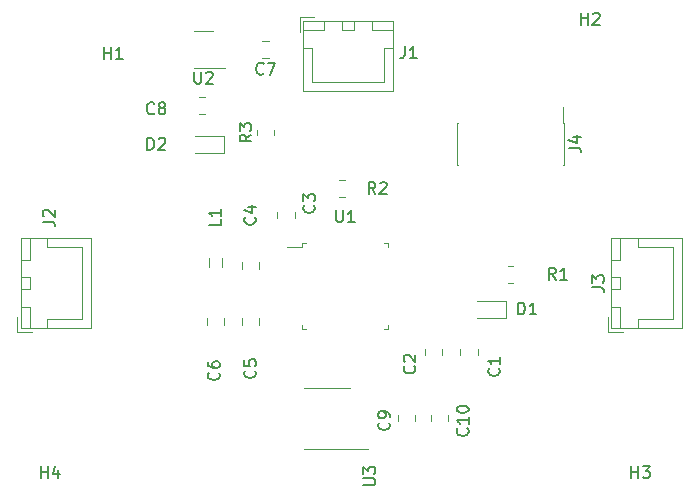
<source format=gbr>
%TF.GenerationSoftware,KiCad,Pcbnew,(6.0.11)*%
%TF.CreationDate,2023-02-16T17:23:01+01:00*%
%TF.ProjectId,microProc,6d696372-6f50-4726-9f63-2e6b69636164,rev?*%
%TF.SameCoordinates,Original*%
%TF.FileFunction,Legend,Top*%
%TF.FilePolarity,Positive*%
%FSLAX46Y46*%
G04 Gerber Fmt 4.6, Leading zero omitted, Abs format (unit mm)*
G04 Created by KiCad (PCBNEW (6.0.11)) date 2023-02-16 17:23:01*
%MOMM*%
%LPD*%
G01*
G04 APERTURE LIST*
%ADD10C,0.150000*%
%ADD11C,0.120000*%
G04 APERTURE END LIST*
D10*
%TO.C,H4*%
X106238095Y-91252380D02*
X106238095Y-90252380D01*
X106238095Y-90728571D02*
X106809523Y-90728571D01*
X106809523Y-91252380D02*
X106809523Y-90252380D01*
X107714285Y-90585714D02*
X107714285Y-91252380D01*
X107476190Y-90204761D02*
X107238095Y-90919047D01*
X107857142Y-90919047D01*
%TO.C,H3*%
X156238095Y-91252380D02*
X156238095Y-90252380D01*
X156238095Y-90728571D02*
X156809523Y-90728571D01*
X156809523Y-91252380D02*
X156809523Y-90252380D01*
X157190476Y-90252380D02*
X157809523Y-90252380D01*
X157476190Y-90633333D01*
X157619047Y-90633333D01*
X157714285Y-90680952D01*
X157761904Y-90728571D01*
X157809523Y-90823809D01*
X157809523Y-91061904D01*
X157761904Y-91157142D01*
X157714285Y-91204761D01*
X157619047Y-91252380D01*
X157333333Y-91252380D01*
X157238095Y-91204761D01*
X157190476Y-91157142D01*
%TO.C,H2*%
X151988095Y-52852380D02*
X151988095Y-51852380D01*
X151988095Y-52328571D02*
X152559523Y-52328571D01*
X152559523Y-52852380D02*
X152559523Y-51852380D01*
X152988095Y-51947619D02*
X153035714Y-51900000D01*
X153130952Y-51852380D01*
X153369047Y-51852380D01*
X153464285Y-51900000D01*
X153511904Y-51947619D01*
X153559523Y-52042857D01*
X153559523Y-52138095D01*
X153511904Y-52280952D01*
X152940476Y-52852380D01*
X153559523Y-52852380D01*
%TO.C,H1*%
X111588095Y-55752380D02*
X111588095Y-54752380D01*
X111588095Y-55228571D02*
X112159523Y-55228571D01*
X112159523Y-55752380D02*
X112159523Y-54752380D01*
X113159523Y-55752380D02*
X112588095Y-55752380D01*
X112873809Y-55752380D02*
X112873809Y-54752380D01*
X112778571Y-54895238D01*
X112683333Y-54990476D01*
X112588095Y-55038095D01*
%TO.C,U3*%
X133552380Y-91861904D02*
X134361904Y-91861904D01*
X134457142Y-91814285D01*
X134504761Y-91766666D01*
X134552380Y-91671428D01*
X134552380Y-91480952D01*
X134504761Y-91385714D01*
X134457142Y-91338095D01*
X134361904Y-91290476D01*
X133552380Y-91290476D01*
X133552380Y-90909523D02*
X133552380Y-90290476D01*
X133933333Y-90623809D01*
X133933333Y-90480952D01*
X133980952Y-90385714D01*
X134028571Y-90338095D01*
X134123809Y-90290476D01*
X134361904Y-90290476D01*
X134457142Y-90338095D01*
X134504761Y-90385714D01*
X134552380Y-90480952D01*
X134552380Y-90766666D01*
X134504761Y-90861904D01*
X134457142Y-90909523D01*
%TO.C,U2*%
X119238095Y-56852380D02*
X119238095Y-57661904D01*
X119285714Y-57757142D01*
X119333333Y-57804761D01*
X119428571Y-57852380D01*
X119619047Y-57852380D01*
X119714285Y-57804761D01*
X119761904Y-57757142D01*
X119809523Y-57661904D01*
X119809523Y-56852380D01*
X120238095Y-56947619D02*
X120285714Y-56900000D01*
X120380952Y-56852380D01*
X120619047Y-56852380D01*
X120714285Y-56900000D01*
X120761904Y-56947619D01*
X120809523Y-57042857D01*
X120809523Y-57138095D01*
X120761904Y-57280952D01*
X120190476Y-57852380D01*
X120809523Y-57852380D01*
%TO.C,U1*%
X131238095Y-68572380D02*
X131238095Y-69381904D01*
X131285714Y-69477142D01*
X131333333Y-69524761D01*
X131428571Y-69572380D01*
X131619047Y-69572380D01*
X131714285Y-69524761D01*
X131761904Y-69477142D01*
X131809523Y-69381904D01*
X131809523Y-68572380D01*
X132809523Y-69572380D02*
X132238095Y-69572380D01*
X132523809Y-69572380D02*
X132523809Y-68572380D01*
X132428571Y-68715238D01*
X132333333Y-68810476D01*
X132238095Y-68858095D01*
%TO.C,R3*%
X124067380Y-62166666D02*
X123591190Y-62500000D01*
X124067380Y-62738095D02*
X123067380Y-62738095D01*
X123067380Y-62357142D01*
X123115000Y-62261904D01*
X123162619Y-62214285D01*
X123257857Y-62166666D01*
X123400714Y-62166666D01*
X123495952Y-62214285D01*
X123543571Y-62261904D01*
X123591190Y-62357142D01*
X123591190Y-62738095D01*
X123067380Y-61833333D02*
X123067380Y-61214285D01*
X123448333Y-61547619D01*
X123448333Y-61404761D01*
X123495952Y-61309523D01*
X123543571Y-61261904D01*
X123638809Y-61214285D01*
X123876904Y-61214285D01*
X123972142Y-61261904D01*
X124019761Y-61309523D01*
X124067380Y-61404761D01*
X124067380Y-61690476D01*
X124019761Y-61785714D01*
X123972142Y-61833333D01*
%TO.C,R2*%
X134568333Y-67187380D02*
X134235000Y-66711190D01*
X133996904Y-67187380D02*
X133996904Y-66187380D01*
X134377857Y-66187380D01*
X134473095Y-66235000D01*
X134520714Y-66282619D01*
X134568333Y-66377857D01*
X134568333Y-66520714D01*
X134520714Y-66615952D01*
X134473095Y-66663571D01*
X134377857Y-66711190D01*
X133996904Y-66711190D01*
X134949285Y-66282619D02*
X134996904Y-66235000D01*
X135092142Y-66187380D01*
X135330238Y-66187380D01*
X135425476Y-66235000D01*
X135473095Y-66282619D01*
X135520714Y-66377857D01*
X135520714Y-66473095D01*
X135473095Y-66615952D01*
X134901666Y-67187380D01*
X135520714Y-67187380D01*
%TO.C,R1*%
X149833333Y-74452380D02*
X149500000Y-73976190D01*
X149261904Y-74452380D02*
X149261904Y-73452380D01*
X149642857Y-73452380D01*
X149738095Y-73500000D01*
X149785714Y-73547619D01*
X149833333Y-73642857D01*
X149833333Y-73785714D01*
X149785714Y-73880952D01*
X149738095Y-73928571D01*
X149642857Y-73976190D01*
X149261904Y-73976190D01*
X150785714Y-74452380D02*
X150214285Y-74452380D01*
X150500000Y-74452380D02*
X150500000Y-73452380D01*
X150404761Y-73595238D01*
X150309523Y-73690476D01*
X150214285Y-73738095D01*
%TO.C,L1*%
X121452380Y-69346182D02*
X121452380Y-69822373D01*
X120452380Y-69822373D01*
X121452380Y-68489039D02*
X121452380Y-69060468D01*
X121452380Y-68774754D02*
X120452380Y-68774754D01*
X120595238Y-68869992D01*
X120690476Y-68965230D01*
X120738095Y-69060468D01*
%TO.C,J4*%
X150957380Y-63283333D02*
X151671666Y-63283333D01*
X151814523Y-63330952D01*
X151909761Y-63426190D01*
X151957380Y-63569047D01*
X151957380Y-63664285D01*
X151290714Y-62378571D02*
X151957380Y-62378571D01*
X150909761Y-62616666D02*
X151624047Y-62854761D01*
X151624047Y-62235714D01*
%TO.C,J3*%
X152902380Y-75083333D02*
X153616666Y-75083333D01*
X153759523Y-75130952D01*
X153854761Y-75226190D01*
X153902380Y-75369047D01*
X153902380Y-75464285D01*
X152902380Y-74702380D02*
X152902380Y-74083333D01*
X153283333Y-74416666D01*
X153283333Y-74273809D01*
X153330952Y-74178571D01*
X153378571Y-74130952D01*
X153473809Y-74083333D01*
X153711904Y-74083333D01*
X153807142Y-74130952D01*
X153854761Y-74178571D01*
X153902380Y-74273809D01*
X153902380Y-74559523D01*
X153854761Y-74654761D01*
X153807142Y-74702380D01*
%TO.C,J2*%
X106402380Y-69533333D02*
X107116666Y-69533333D01*
X107259523Y-69580952D01*
X107354761Y-69676190D01*
X107402380Y-69819047D01*
X107402380Y-69914285D01*
X106497619Y-69104761D02*
X106450000Y-69057142D01*
X106402380Y-68961904D01*
X106402380Y-68723809D01*
X106450000Y-68628571D01*
X106497619Y-68580952D01*
X106592857Y-68533333D01*
X106688095Y-68533333D01*
X106830952Y-68580952D01*
X107402380Y-69152380D01*
X107402380Y-68533333D01*
%TO.C,J1*%
X137066666Y-54702380D02*
X137066666Y-55416666D01*
X137019047Y-55559523D01*
X136923809Y-55654761D01*
X136780952Y-55702380D01*
X136685714Y-55702380D01*
X138066666Y-55702380D02*
X137495238Y-55702380D01*
X137780952Y-55702380D02*
X137780952Y-54702380D01*
X137685714Y-54845238D01*
X137590476Y-54940476D01*
X137495238Y-54988095D01*
%TO.C,D2*%
X115261904Y-63452380D02*
X115261904Y-62452380D01*
X115500000Y-62452380D01*
X115642857Y-62500000D01*
X115738095Y-62595238D01*
X115785714Y-62690476D01*
X115833333Y-62880952D01*
X115833333Y-63023809D01*
X115785714Y-63214285D01*
X115738095Y-63309523D01*
X115642857Y-63404761D01*
X115500000Y-63452380D01*
X115261904Y-63452380D01*
X116214285Y-62547619D02*
X116261904Y-62500000D01*
X116357142Y-62452380D01*
X116595238Y-62452380D01*
X116690476Y-62500000D01*
X116738095Y-62547619D01*
X116785714Y-62642857D01*
X116785714Y-62738095D01*
X116738095Y-62880952D01*
X116166666Y-63452380D01*
X116785714Y-63452380D01*
%TO.C,D1*%
X146661904Y-77402380D02*
X146661904Y-76402380D01*
X146900000Y-76402380D01*
X147042857Y-76450000D01*
X147138095Y-76545238D01*
X147185714Y-76640476D01*
X147233333Y-76830952D01*
X147233333Y-76973809D01*
X147185714Y-77164285D01*
X147138095Y-77259523D01*
X147042857Y-77354761D01*
X146900000Y-77402380D01*
X146661904Y-77402380D01*
X148185714Y-77402380D02*
X147614285Y-77402380D01*
X147900000Y-77402380D02*
X147900000Y-76402380D01*
X147804761Y-76545238D01*
X147709523Y-76640476D01*
X147614285Y-76688095D01*
%TO.C,C10*%
X142357142Y-87042857D02*
X142404761Y-87090476D01*
X142452380Y-87233333D01*
X142452380Y-87328571D01*
X142404761Y-87471428D01*
X142309523Y-87566666D01*
X142214285Y-87614285D01*
X142023809Y-87661904D01*
X141880952Y-87661904D01*
X141690476Y-87614285D01*
X141595238Y-87566666D01*
X141500000Y-87471428D01*
X141452380Y-87328571D01*
X141452380Y-87233333D01*
X141500000Y-87090476D01*
X141547619Y-87042857D01*
X142452380Y-86090476D02*
X142452380Y-86661904D01*
X142452380Y-86376190D02*
X141452380Y-86376190D01*
X141595238Y-86471428D01*
X141690476Y-86566666D01*
X141738095Y-86661904D01*
X141452380Y-85471428D02*
X141452380Y-85376190D01*
X141500000Y-85280952D01*
X141547619Y-85233333D01*
X141642857Y-85185714D01*
X141833333Y-85138095D01*
X142071428Y-85138095D01*
X142261904Y-85185714D01*
X142357142Y-85233333D01*
X142404761Y-85280952D01*
X142452380Y-85376190D01*
X142452380Y-85471428D01*
X142404761Y-85566666D01*
X142357142Y-85614285D01*
X142261904Y-85661904D01*
X142071428Y-85709523D01*
X141833333Y-85709523D01*
X141642857Y-85661904D01*
X141547619Y-85614285D01*
X141500000Y-85566666D01*
X141452380Y-85471428D01*
%TO.C,C9*%
X135707142Y-86566666D02*
X135754761Y-86614285D01*
X135802380Y-86757142D01*
X135802380Y-86852380D01*
X135754761Y-86995238D01*
X135659523Y-87090476D01*
X135564285Y-87138095D01*
X135373809Y-87185714D01*
X135230952Y-87185714D01*
X135040476Y-87138095D01*
X134945238Y-87090476D01*
X134850000Y-86995238D01*
X134802380Y-86852380D01*
X134802380Y-86757142D01*
X134850000Y-86614285D01*
X134897619Y-86566666D01*
X135802380Y-86090476D02*
X135802380Y-85900000D01*
X135754761Y-85804761D01*
X135707142Y-85757142D01*
X135564285Y-85661904D01*
X135373809Y-85614285D01*
X134992857Y-85614285D01*
X134897619Y-85661904D01*
X134850000Y-85709523D01*
X134802380Y-85804761D01*
X134802380Y-85995238D01*
X134850000Y-86090476D01*
X134897619Y-86138095D01*
X134992857Y-86185714D01*
X135230952Y-86185714D01*
X135326190Y-86138095D01*
X135373809Y-86090476D01*
X135421428Y-85995238D01*
X135421428Y-85804761D01*
X135373809Y-85709523D01*
X135326190Y-85661904D01*
X135230952Y-85614285D01*
%TO.C,C8*%
X115833333Y-60357142D02*
X115785714Y-60404761D01*
X115642857Y-60452380D01*
X115547619Y-60452380D01*
X115404761Y-60404761D01*
X115309523Y-60309523D01*
X115261904Y-60214285D01*
X115214285Y-60023809D01*
X115214285Y-59880952D01*
X115261904Y-59690476D01*
X115309523Y-59595238D01*
X115404761Y-59500000D01*
X115547619Y-59452380D01*
X115642857Y-59452380D01*
X115785714Y-59500000D01*
X115833333Y-59547619D01*
X116404761Y-59880952D02*
X116309523Y-59833333D01*
X116261904Y-59785714D01*
X116214285Y-59690476D01*
X116214285Y-59642857D01*
X116261904Y-59547619D01*
X116309523Y-59500000D01*
X116404761Y-59452380D01*
X116595238Y-59452380D01*
X116690476Y-59500000D01*
X116738095Y-59547619D01*
X116785714Y-59642857D01*
X116785714Y-59690476D01*
X116738095Y-59785714D01*
X116690476Y-59833333D01*
X116595238Y-59880952D01*
X116404761Y-59880952D01*
X116309523Y-59928571D01*
X116261904Y-59976190D01*
X116214285Y-60071428D01*
X116214285Y-60261904D01*
X116261904Y-60357142D01*
X116309523Y-60404761D01*
X116404761Y-60452380D01*
X116595238Y-60452380D01*
X116690476Y-60404761D01*
X116738095Y-60357142D01*
X116785714Y-60261904D01*
X116785714Y-60071428D01*
X116738095Y-59976190D01*
X116690476Y-59928571D01*
X116595238Y-59880952D01*
%TO.C,C7*%
X125098333Y-56999642D02*
X125050714Y-57047261D01*
X124907857Y-57094880D01*
X124812619Y-57094880D01*
X124669761Y-57047261D01*
X124574523Y-56952023D01*
X124526904Y-56856785D01*
X124479285Y-56666309D01*
X124479285Y-56523452D01*
X124526904Y-56332976D01*
X124574523Y-56237738D01*
X124669761Y-56142500D01*
X124812619Y-56094880D01*
X124907857Y-56094880D01*
X125050714Y-56142500D01*
X125098333Y-56190119D01*
X125431666Y-56094880D02*
X126098333Y-56094880D01*
X125669761Y-57094880D01*
%TO.C,C6*%
X121287142Y-82316666D02*
X121334761Y-82364285D01*
X121382380Y-82507142D01*
X121382380Y-82602380D01*
X121334761Y-82745238D01*
X121239523Y-82840476D01*
X121144285Y-82888095D01*
X120953809Y-82935714D01*
X120810952Y-82935714D01*
X120620476Y-82888095D01*
X120525238Y-82840476D01*
X120430000Y-82745238D01*
X120382380Y-82602380D01*
X120382380Y-82507142D01*
X120430000Y-82364285D01*
X120477619Y-82316666D01*
X120382380Y-81459523D02*
X120382380Y-81650000D01*
X120430000Y-81745238D01*
X120477619Y-81792857D01*
X120620476Y-81888095D01*
X120810952Y-81935714D01*
X121191904Y-81935714D01*
X121287142Y-81888095D01*
X121334761Y-81840476D01*
X121382380Y-81745238D01*
X121382380Y-81554761D01*
X121334761Y-81459523D01*
X121287142Y-81411904D01*
X121191904Y-81364285D01*
X120953809Y-81364285D01*
X120858571Y-81411904D01*
X120810952Y-81459523D01*
X120763333Y-81554761D01*
X120763333Y-81745238D01*
X120810952Y-81840476D01*
X120858571Y-81888095D01*
X120953809Y-81935714D01*
%TO.C,C5*%
X124357142Y-82166666D02*
X124404761Y-82214285D01*
X124452380Y-82357142D01*
X124452380Y-82452380D01*
X124404761Y-82595238D01*
X124309523Y-82690476D01*
X124214285Y-82738095D01*
X124023809Y-82785714D01*
X123880952Y-82785714D01*
X123690476Y-82738095D01*
X123595238Y-82690476D01*
X123500000Y-82595238D01*
X123452380Y-82452380D01*
X123452380Y-82357142D01*
X123500000Y-82214285D01*
X123547619Y-82166666D01*
X123452380Y-81261904D02*
X123452380Y-81738095D01*
X123928571Y-81785714D01*
X123880952Y-81738095D01*
X123833333Y-81642857D01*
X123833333Y-81404761D01*
X123880952Y-81309523D01*
X123928571Y-81261904D01*
X124023809Y-81214285D01*
X124261904Y-81214285D01*
X124357142Y-81261904D01*
X124404761Y-81309523D01*
X124452380Y-81404761D01*
X124452380Y-81642857D01*
X124404761Y-81738095D01*
X124357142Y-81785714D01*
%TO.C,C4*%
X124357142Y-69166666D02*
X124404761Y-69214285D01*
X124452380Y-69357142D01*
X124452380Y-69452380D01*
X124404761Y-69595238D01*
X124309523Y-69690476D01*
X124214285Y-69738095D01*
X124023809Y-69785714D01*
X123880952Y-69785714D01*
X123690476Y-69738095D01*
X123595238Y-69690476D01*
X123500000Y-69595238D01*
X123452380Y-69452380D01*
X123452380Y-69357142D01*
X123500000Y-69214285D01*
X123547619Y-69166666D01*
X123785714Y-68309523D02*
X124452380Y-68309523D01*
X123404761Y-68547619D02*
X124119047Y-68785714D01*
X124119047Y-68166666D01*
%TO.C,C3*%
X129357142Y-68166666D02*
X129404761Y-68214285D01*
X129452380Y-68357142D01*
X129452380Y-68452380D01*
X129404761Y-68595238D01*
X129309523Y-68690476D01*
X129214285Y-68738095D01*
X129023809Y-68785714D01*
X128880952Y-68785714D01*
X128690476Y-68738095D01*
X128595238Y-68690476D01*
X128500000Y-68595238D01*
X128452380Y-68452380D01*
X128452380Y-68357142D01*
X128500000Y-68214285D01*
X128547619Y-68166666D01*
X128452380Y-67833333D02*
X128452380Y-67214285D01*
X128833333Y-67547619D01*
X128833333Y-67404761D01*
X128880952Y-67309523D01*
X128928571Y-67261904D01*
X129023809Y-67214285D01*
X129261904Y-67214285D01*
X129357142Y-67261904D01*
X129404761Y-67309523D01*
X129452380Y-67404761D01*
X129452380Y-67690476D01*
X129404761Y-67785714D01*
X129357142Y-67833333D01*
%TO.C,C2*%
X137857142Y-81766666D02*
X137904761Y-81814285D01*
X137952380Y-81957142D01*
X137952380Y-82052380D01*
X137904761Y-82195238D01*
X137809523Y-82290476D01*
X137714285Y-82338095D01*
X137523809Y-82385714D01*
X137380952Y-82385714D01*
X137190476Y-82338095D01*
X137095238Y-82290476D01*
X137000000Y-82195238D01*
X136952380Y-82052380D01*
X136952380Y-81957142D01*
X137000000Y-81814285D01*
X137047619Y-81766666D01*
X137047619Y-81385714D02*
X137000000Y-81338095D01*
X136952380Y-81242857D01*
X136952380Y-81004761D01*
X137000000Y-80909523D01*
X137047619Y-80861904D01*
X137142857Y-80814285D01*
X137238095Y-80814285D01*
X137380952Y-80861904D01*
X137952380Y-81433333D01*
X137952380Y-80814285D01*
%TO.C,C1*%
X145007142Y-81966666D02*
X145054761Y-82014285D01*
X145102380Y-82157142D01*
X145102380Y-82252380D01*
X145054761Y-82395238D01*
X144959523Y-82490476D01*
X144864285Y-82538095D01*
X144673809Y-82585714D01*
X144530952Y-82585714D01*
X144340476Y-82538095D01*
X144245238Y-82490476D01*
X144150000Y-82395238D01*
X144102380Y-82252380D01*
X144102380Y-82157142D01*
X144150000Y-82014285D01*
X144197619Y-81966666D01*
X145102380Y-81014285D02*
X145102380Y-81585714D01*
X145102380Y-81300000D02*
X144102380Y-81300000D01*
X144245238Y-81395238D01*
X144340476Y-81490476D01*
X144388095Y-81585714D01*
D11*
%TO.C,U3*%
X130500000Y-88760000D02*
X128550000Y-88760000D01*
X130500000Y-83640000D02*
X128550000Y-83640000D01*
X130500000Y-88760000D02*
X133950000Y-88760000D01*
X130500000Y-83640000D02*
X132450000Y-83640000D01*
%TO.C,U2*%
X120000000Y-53440000D02*
X120800000Y-53440000D01*
X120000000Y-56560000D02*
X121800000Y-56560000D01*
X120000000Y-56560000D02*
X119200000Y-56560000D01*
X120000000Y-53440000D02*
X119200000Y-53440000D01*
%TO.C,U1*%
X128390000Y-71390000D02*
X128390000Y-71690000D01*
X135310000Y-78610000D02*
X135610000Y-78610000D01*
X135610000Y-71390000D02*
X135610000Y-71690000D01*
X128390000Y-71690000D02*
X127075000Y-71690000D01*
X135310000Y-71390000D02*
X135610000Y-71390000D01*
X135610000Y-78610000D02*
X135610000Y-78310000D01*
X128390000Y-78610000D02*
X128390000Y-78310000D01*
X128690000Y-78610000D02*
X128390000Y-78610000D01*
X128690000Y-71390000D02*
X128390000Y-71390000D01*
%TO.C,R3*%
X124530000Y-62227064D02*
X124530000Y-61772936D01*
X126000000Y-62227064D02*
X126000000Y-61772936D01*
%TO.C,R2*%
X131507936Y-66000000D02*
X131962064Y-66000000D01*
X131507936Y-67470000D02*
X131962064Y-67470000D01*
%TO.C,R1*%
X145772936Y-73265000D02*
X146227064Y-73265000D01*
X145772936Y-74735000D02*
X146227064Y-74735000D01*
%TO.C,L1*%
X121560000Y-73410242D02*
X121560000Y-72589758D01*
X120440000Y-73410242D02*
X120440000Y-72589758D01*
%TO.C,J4*%
X141495000Y-61185000D02*
X141495000Y-64715000D01*
X141560000Y-61185000D02*
X141495000Y-61185000D01*
X150505000Y-61185000D02*
X150505000Y-64715000D01*
X150505000Y-64715000D02*
X150440000Y-64715000D01*
X150440000Y-59860000D02*
X150440000Y-61185000D01*
X141560000Y-64715000D02*
X141495000Y-64715000D01*
X150505000Y-61185000D02*
X150440000Y-61185000D01*
%TO.C,J3*%
X156800000Y-70950000D02*
X156800000Y-71700000D01*
X156800000Y-71700000D02*
X159750000Y-71700000D01*
X159750000Y-71700000D02*
X159750000Y-74750000D01*
X156800000Y-77800000D02*
X159750000Y-77800000D01*
X154550000Y-74250000D02*
X154550000Y-75250000D01*
X154550000Y-75250000D02*
X155300000Y-75250000D01*
X155300000Y-75250000D02*
X155300000Y-74250000D01*
X155300000Y-72750000D02*
X155300000Y-70950000D01*
X154550000Y-70950000D02*
X154550000Y-72750000D01*
X154250000Y-78850000D02*
X155500000Y-78850000D01*
X154540000Y-78560000D02*
X160510000Y-78560000D01*
X154550000Y-78550000D02*
X155300000Y-78550000D01*
X160510000Y-78560000D02*
X160510000Y-70940000D01*
X155300000Y-74250000D02*
X154550000Y-74250000D01*
X156800000Y-78550000D02*
X156800000Y-77800000D01*
X155300000Y-78550000D02*
X155300000Y-76750000D01*
X154250000Y-77600000D02*
X154250000Y-78850000D01*
X155300000Y-70950000D02*
X154550000Y-70950000D01*
X154550000Y-76750000D02*
X154550000Y-78550000D01*
X154540000Y-70940000D02*
X154540000Y-78560000D01*
X159750000Y-77800000D02*
X159750000Y-74750000D01*
X154550000Y-72750000D02*
X155300000Y-72750000D01*
X160510000Y-70940000D02*
X154540000Y-70940000D01*
X155300000Y-76750000D02*
X154550000Y-76750000D01*
%TO.C,J2*%
X106800000Y-70950000D02*
X106800000Y-71700000D01*
X106800000Y-71700000D02*
X109750000Y-71700000D01*
X109750000Y-71700000D02*
X109750000Y-74750000D01*
X106800000Y-77800000D02*
X109750000Y-77800000D01*
X104550000Y-74250000D02*
X104550000Y-75250000D01*
X104550000Y-75250000D02*
X105300000Y-75250000D01*
X105300000Y-75250000D02*
X105300000Y-74250000D01*
X105300000Y-72750000D02*
X105300000Y-70950000D01*
X104550000Y-70950000D02*
X104550000Y-72750000D01*
X104250000Y-78850000D02*
X105500000Y-78850000D01*
X104540000Y-78560000D02*
X110510000Y-78560000D01*
X104550000Y-78550000D02*
X105300000Y-78550000D01*
X110510000Y-78560000D02*
X110510000Y-70940000D01*
X105300000Y-74250000D02*
X104550000Y-74250000D01*
X106800000Y-78550000D02*
X106800000Y-77800000D01*
X105300000Y-78550000D02*
X105300000Y-76750000D01*
X104250000Y-77600000D02*
X104250000Y-78850000D01*
X105300000Y-70950000D02*
X104550000Y-70950000D01*
X104550000Y-76750000D02*
X104550000Y-78550000D01*
X104540000Y-70940000D02*
X104540000Y-78560000D01*
X109750000Y-77800000D02*
X109750000Y-74750000D01*
X104550000Y-72750000D02*
X105300000Y-72750000D01*
X110510000Y-70940000D02*
X104540000Y-70940000D01*
X105300000Y-76750000D02*
X104550000Y-76750000D01*
%TO.C,J1*%
X136050000Y-54800000D02*
X135300000Y-54800000D01*
X135300000Y-54800000D02*
X135300000Y-57750000D01*
X135300000Y-57750000D02*
X132250000Y-57750000D01*
X129200000Y-54800000D02*
X129200000Y-57750000D01*
X132750000Y-52550000D02*
X131750000Y-52550000D01*
X131750000Y-52550000D02*
X131750000Y-53300000D01*
X131750000Y-53300000D02*
X132750000Y-53300000D01*
X134250000Y-53300000D02*
X136050000Y-53300000D01*
X136050000Y-52550000D02*
X134250000Y-52550000D01*
X128150000Y-52250000D02*
X128150000Y-53500000D01*
X128440000Y-52540000D02*
X128440000Y-58510000D01*
X128450000Y-52550000D02*
X128450000Y-53300000D01*
X128440000Y-58510000D02*
X136060000Y-58510000D01*
X132750000Y-53300000D02*
X132750000Y-52550000D01*
X128450000Y-54800000D02*
X129200000Y-54800000D01*
X128450000Y-53300000D02*
X130250000Y-53300000D01*
X129400000Y-52250000D02*
X128150000Y-52250000D01*
X136050000Y-53300000D02*
X136050000Y-52550000D01*
X130250000Y-52550000D02*
X128450000Y-52550000D01*
X136060000Y-52540000D02*
X128440000Y-52540000D01*
X129200000Y-57750000D02*
X132250000Y-57750000D01*
X134250000Y-52550000D02*
X134250000Y-53300000D01*
X136060000Y-58510000D02*
X136060000Y-52540000D01*
X130250000Y-53300000D02*
X130250000Y-52550000D01*
%TO.C,D2*%
X119325000Y-63735000D02*
X121785000Y-63735000D01*
X121785000Y-62265000D02*
X119325000Y-62265000D01*
X121785000Y-63735000D02*
X121785000Y-62265000D01*
%TO.C,D1*%
X143200000Y-77735000D02*
X145660000Y-77735000D01*
X145660000Y-76265000D02*
X143200000Y-76265000D01*
X145660000Y-77735000D02*
X145660000Y-76265000D01*
%TO.C,C10*%
X140735000Y-85938748D02*
X140735000Y-86461252D01*
X139265000Y-85938748D02*
X139265000Y-86461252D01*
%TO.C,C9*%
X136470000Y-85938748D02*
X136470000Y-86461252D01*
X137940000Y-85938748D02*
X137940000Y-86461252D01*
%TO.C,C8*%
X119597496Y-59000000D02*
X120120000Y-59000000D01*
X119597496Y-60470000D02*
X120120000Y-60470000D01*
%TO.C,C7*%
X125526252Y-55697500D02*
X125003748Y-55697500D01*
X125526252Y-54227500D02*
X125003748Y-54227500D01*
%TO.C,C6*%
X120265000Y-77738748D02*
X120265000Y-78261252D01*
X121735000Y-77738748D02*
X121735000Y-78261252D01*
%TO.C,C5*%
X123265000Y-77738748D02*
X123265000Y-78261252D01*
X124735000Y-77738748D02*
X124735000Y-78261252D01*
%TO.C,C4*%
X123265000Y-73522504D02*
X123265000Y-73000000D01*
X124735000Y-73522504D02*
X124735000Y-73000000D01*
%TO.C,C3*%
X127735000Y-69261252D02*
X127735000Y-68738748D01*
X126265000Y-69261252D02*
X126265000Y-68738748D01*
%TO.C,C2*%
X138765000Y-80338748D02*
X138765000Y-80861252D01*
X140235000Y-80338748D02*
X140235000Y-80861252D01*
%TO.C,C1*%
X141765000Y-80338748D02*
X141765000Y-80861252D01*
X143235000Y-80338748D02*
X143235000Y-80861252D01*
%TD*%
M02*

</source>
